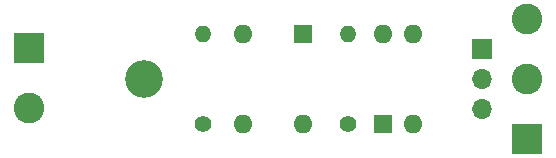
<source format=gbr>
%TF.GenerationSoftware,KiCad,Pcbnew,7.0.7*%
%TF.CreationDate,2024-02-24T13:28:42+01:00*%
%TF.ProjectId,current_sensor,63757272-656e-4745-9f73-656e736f722e,rev?*%
%TF.SameCoordinates,Original*%
%TF.FileFunction,Soldermask,Bot*%
%TF.FilePolarity,Negative*%
%FSLAX46Y46*%
G04 Gerber Fmt 4.6, Leading zero omitted, Abs format (unit mm)*
G04 Created by KiCad (PCBNEW 7.0.7) date 2024-02-24 13:28:42*
%MOMM*%
%LPD*%
G01*
G04 APERTURE LIST*
%ADD10R,1.700000X1.700000*%
%ADD11O,1.700000X1.700000*%
%ADD12C,1.400000*%
%ADD13O,1.400000X1.400000*%
%ADD14C,3.200000*%
%ADD15R,2.600000X2.600000*%
%ADD16C,2.600000*%
%ADD17R,1.600000X1.600000*%
%ADD18O,1.600000X1.600000*%
G04 APERTURE END LIST*
D10*
%TO.C,J1203*%
X43625000Y-5475000D03*
D11*
X43625000Y-8015000D03*
X43625000Y-10555000D03*
%TD*%
D12*
%TO.C,R1202*%
X32211000Y-11800000D03*
D13*
X32211000Y-4180000D03*
%TD*%
D14*
%TO.C,REF\u002A\u002A*%
X15000000Y-8000000D03*
%TD*%
D15*
%TO.C,J1202*%
X47430000Y-13100000D03*
D16*
X47430000Y-8020000D03*
X47430000Y-2940000D03*
%TD*%
D15*
%TO.C,J1201*%
X5195000Y-5420000D03*
D16*
X5195000Y-10500000D03*
%TD*%
D17*
%TO.C,D1201*%
X28400000Y-4190000D03*
D18*
X23320000Y-4190000D03*
X23320000Y-11810000D03*
X28400000Y-11810000D03*
%TD*%
D12*
%TO.C,R1201*%
X19980000Y-11810000D03*
D13*
X19980000Y-4190000D03*
%TD*%
D17*
%TO.C,U1201*%
X35225000Y-11800000D03*
D18*
X37765000Y-11800000D03*
X37765000Y-4180000D03*
X35225000Y-4180000D03*
%TD*%
M02*

</source>
